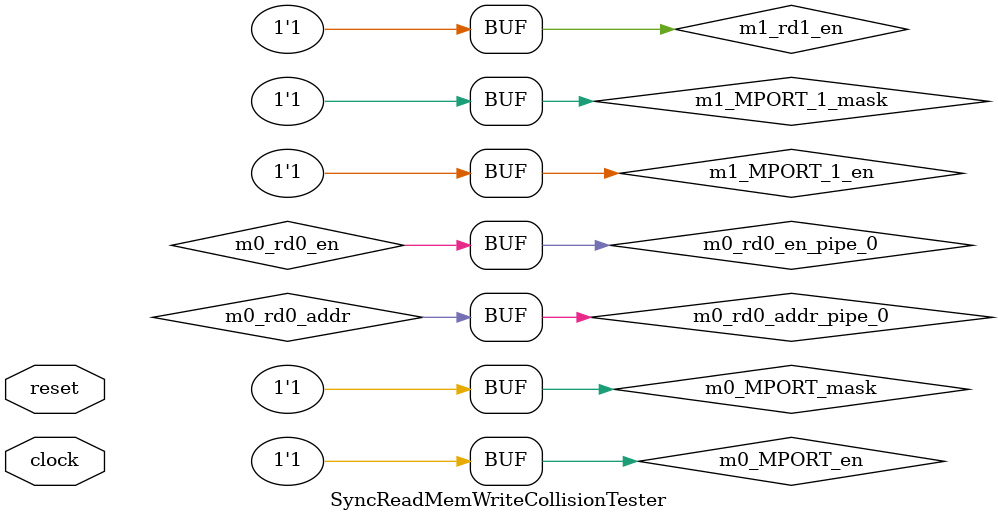
<source format=v>
module SyncReadMemWriteCollisionTester(
  input   clock,
  input   reset
);
`ifdef RANDOMIZE_MEM_INIT
  reg [31:0] _RAND_0;
  reg [31:0] _RAND_3;
`endif // RANDOMIZE_MEM_INIT
`ifdef RANDOMIZE_REG_INIT
  reg [31:0] _RAND_1;
  reg [31:0] _RAND_2;
  reg [31:0] _RAND_4;
  reg [31:0] _RAND_5;
`endif // RANDOMIZE_REG_INIT
  reg [1:0] m0 [0:1]; // @[Mem.scala 40:23]
  wire  m0_rd0_en; // @[Mem.scala 40:23]
  wire  m0_rd0_addr; // @[Mem.scala 40:23]
  wire [1:0] m0_rd0_data; // @[Mem.scala 40:23]
  wire [1:0] m0_MPORT_data; // @[Mem.scala 40:23]
  wire  m0_MPORT_addr; // @[Mem.scala 40:23]
  wire  m0_MPORT_mask; // @[Mem.scala 40:23]
  wire  m0_MPORT_en; // @[Mem.scala 40:23]
  reg  m0_rd0_en_pipe_0;
  reg  m0_rd0_addr_pipe_0;
  reg [1:0] m1 [0:1]; // @[Mem.scala 45:23]
  wire  m1_rd1_en; // @[Mem.scala 45:23]
  wire  m1_rd1_addr; // @[Mem.scala 45:23]
  wire [1:0] m1_rd1_data; // @[Mem.scala 45:23]
  wire [1:0] m1_MPORT_1_data; // @[Mem.scala 45:23]
  wire  m1_MPORT_1_addr; // @[Mem.scala 45:23]
  wire  m1_MPORT_1_mask; // @[Mem.scala 45:23]
  wire  m1_MPORT_1_en; // @[Mem.scala 45:23]
  reg [1:0] m1_rd1_data_pipe_0;
  reg [2:0] cnt; // @[Counter.scala 62:40]
  wire  cnt_wrap_wrap = cnt == 3'h4; // @[Counter.scala 74:24]
  wire [2:0] _cnt_wrap_value_T_1 = cnt + 3'h1; // @[Counter.scala 78:24]
  wire  _T_2 = cnt == 3'h3; // @[Mem.scala 50:12]
  wire  _T_5 = ~reset; // @[Mem.scala 51:11]
  wire  _GEN_8 = _T_2 & ~reset; // @[Mem.scala 51:11]
  assign m0_rd0_en = m0_rd0_en_pipe_0;
  assign m0_rd0_addr = m0_rd0_addr_pipe_0;
  assign m0_rd0_data = m0[m0_rd0_addr]; // @[Mem.scala 40:23]
  assign m0_MPORT_data = cnt[1:0];
  assign m0_MPORT_addr = cnt[0];
  assign m0_MPORT_mask = 1'h1;
  assign m0_MPORT_en = 1'h1;
  assign m1_rd1_en = 1'h1;
  assign m1_rd1_addr = cnt[0];
  assign m1_rd1_data = m1[m1_rd1_addr]; // @[Mem.scala 45:23]
  assign m1_MPORT_1_data = cnt[1:0];
  assign m1_MPORT_1_addr = cnt[0];
  assign m1_MPORT_1_mask = 1'h1;
  assign m1_MPORT_1_en = 1'h1;
  always @(posedge clock) begin
    if (m0_MPORT_en & m0_MPORT_mask) begin
      m0[m0_MPORT_addr] <= m0_MPORT_data; // @[Mem.scala 40:23]
    end
    m0_rd0_en_pipe_0 <= 1'h1;
    if (1'h1) begin
      m0_rd0_addr_pipe_0 <= cnt[0];
    end
    if (m1_MPORT_1_en & m1_MPORT_1_mask) begin
      m1[m1_MPORT_1_addr] <= m1_MPORT_1_data; // @[Mem.scala 45:23]
    end
    if (1'h1) begin
      m1_rd1_data_pipe_0 <= m1_rd1_data;
    end
    if (reset) begin // @[Counter.scala 62:40]
      cnt <= 3'h0; // @[Counter.scala 62:40]
    end else if (cnt_wrap_wrap) begin // @[Counter.scala 88:20]
      cnt <= 3'h0; // @[Counter.scala 88:28]
    end else begin
      cnt <= _cnt_wrap_value_T_1; // @[Counter.scala 78:15]
    end
    `ifndef SYNTHESIS
    `ifdef STOP_COND
      if (`STOP_COND) begin
    `endif
        if (_T_2 & ~reset & ~(m0_rd0_data == 2'h2)) begin
          $fatal; // @[Mem.scala 51:11]
        end
    `ifdef STOP_COND
      end
    `endif
    `endif // SYNTHESIS
    `ifndef SYNTHESIS
    `ifdef PRINTF_COND
      if (`PRINTF_COND) begin
    `endif
        if (_T_2 & ~reset & ~(m0_rd0_data == 2'h2)) begin
          $fwrite(32'h80000002,"Assertion failed\n    at Mem.scala:51 assert(rd0 === 2.U)\n"); // @[Mem.scala 51:11]
        end
    `ifdef PRINTF_COND
      end
    `endif
    `endif // SYNTHESIS
    `ifndef SYNTHESIS
    `ifdef STOP_COND
      if (`STOP_COND) begin
    `endif
        if (_GEN_8 & ~(m1_rd1_data_pipe_0 == 2'h0)) begin
          $fatal; // @[Mem.scala 52:11]
        end
    `ifdef STOP_COND
      end
    `endif
    `endif // SYNTHESIS
    `ifndef SYNTHESIS
    `ifdef PRINTF_COND
      if (`PRINTF_COND) begin
    `endif
        if (_GEN_8 & ~(m1_rd1_data_pipe_0 == 2'h0)) begin
          $fwrite(32'h80000002,"Assertion failed\n    at Mem.scala:52 assert(rd1 === 0.U)\n"); // @[Mem.scala 52:11]
        end
    `ifdef PRINTF_COND
      end
    `endif
    `endif // SYNTHESIS
    `ifndef SYNTHESIS
    `ifdef STOP_COND
      if (`STOP_COND) begin
    `endif
        if (cnt_wrap_wrap & _T_5) begin
          $finish; // @[Mem.scala 56:9]
        end
    `ifdef STOP_COND
      end
    `endif
    `endif // SYNTHESIS
  end
// Register and memory initialization
`ifdef RANDOMIZE_GARBAGE_ASSIGN
`define RANDOMIZE
`endif
`ifdef RANDOMIZE_INVALID_ASSIGN
`define RANDOMIZE
`endif
`ifdef RANDOMIZE_REG_INIT
`define RANDOMIZE
`endif
`ifdef RANDOMIZE_MEM_INIT
`define RANDOMIZE
`endif
`ifndef RANDOM
`define RANDOM $random
`endif
`ifdef RANDOMIZE_MEM_INIT
  integer initvar;
`endif
`ifndef SYNTHESIS
`ifdef FIRRTL_BEFORE_INITIAL
`FIRRTL_BEFORE_INITIAL
`endif
initial begin
  `ifdef RANDOMIZE
    `ifdef INIT_RANDOM
      `INIT_RANDOM
    `endif
    `ifndef VERILATOR
      `ifdef RANDOMIZE_DELAY
        #`RANDOMIZE_DELAY begin end
      `else
        #0.002 begin end
      `endif
    `endif
`ifdef RANDOMIZE_MEM_INIT
  _RAND_0 = {1{`RANDOM}};
  for (initvar = 0; initvar < 2; initvar = initvar+1)
    m0[initvar] = _RAND_0[1:0];
  _RAND_3 = {1{`RANDOM}};
  for (initvar = 0; initvar < 2; initvar = initvar+1)
    m1[initvar] = _RAND_3[1:0];
`endif // RANDOMIZE_MEM_INIT
`ifdef RANDOMIZE_REG_INIT
  _RAND_1 = {1{`RANDOM}};
  m0_rd0_en_pipe_0 = _RAND_1[0:0];
  _RAND_2 = {1{`RANDOM}};
  m0_rd0_addr_pipe_0 = _RAND_2[0:0];
  _RAND_4 = {1{`RANDOM}};
  m1_rd1_data_pipe_0 = _RAND_4[1:0];
  _RAND_5 = {1{`RANDOM}};
  cnt = _RAND_5[2:0];
`endif // RANDOMIZE_REG_INIT
  `endif // RANDOMIZE
end // initial
`ifdef FIRRTL_AFTER_INITIAL
`FIRRTL_AFTER_INITIAL
`endif
`endif // SYNTHESIS
endmodule

</source>
